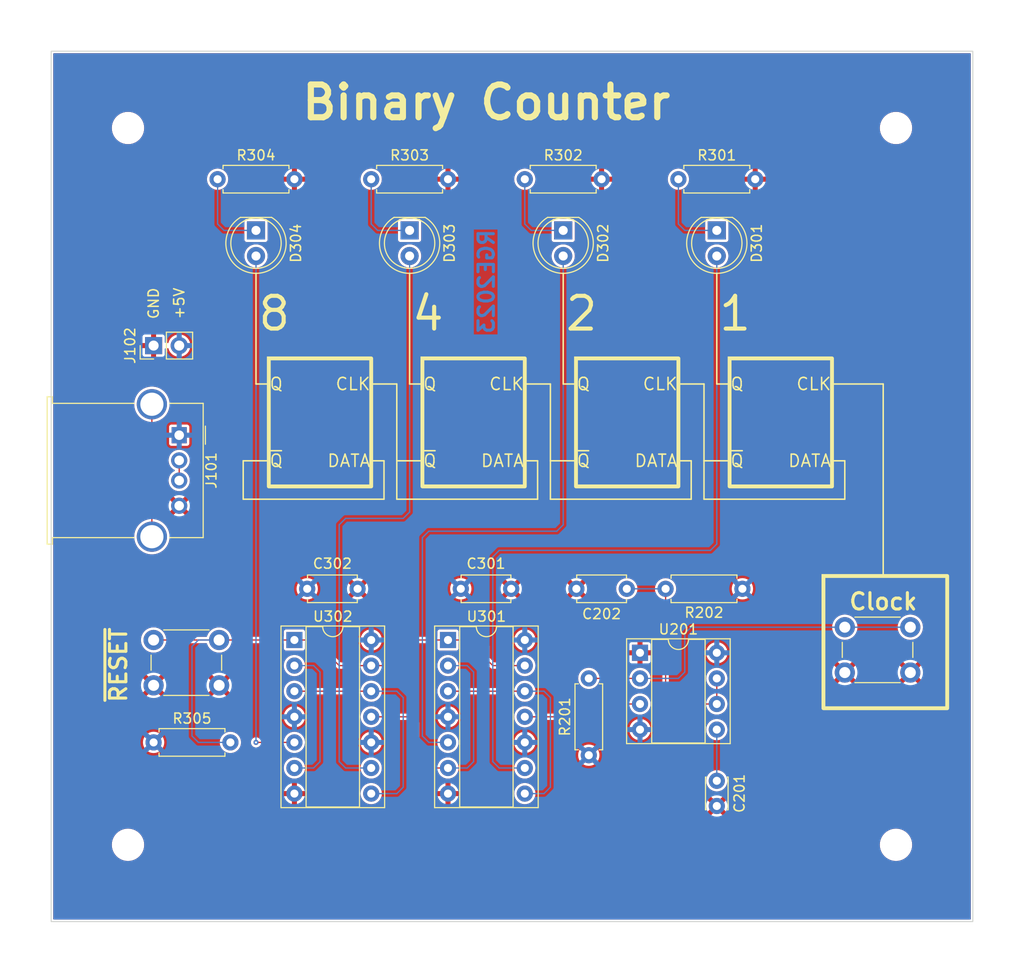
<source format=kicad_pcb>
(kicad_pcb (version 20221018) (generator pcbnew)
  (layers (0 "F.Cu" signal) (31 "B.Cu" signal) (34 "B.Paste" user) (35 "F.Paste" user) (36 "B.SilkS" user "B.Silkscreen") (37 "F.SilkS" user "F.Silkscreen") (38 "B.Mask" user) (39 "F.Mask" user) (44 "Edge.Cuts" user))
  (net 0 "")
  (net 1 "Net-(U201-CV)")
  (net 2 "GND")
  (net 3 "Net-(U201-DIS)")
  (net 4 "+5V")
  (net 5 "Net-(D301-K)")
  (net 6 "/Counter/Out0")
  (net 7 "Net-(D302-K)")
  (net 8 "/Counter/Out1")
  (net 9 "Net-(D303-K)")
  (net 10 "/Counter/Out2")
  (net 11 "Net-(D304-K)")
  (net 12 "/Counter/Out3")
  (net 13 "Net-(J101-D+)")
  (net 14 "unconnected-(J101-Shield-Pad5)")
  (net 15 "Net-(U201-TR)")
  (net 16 "/Counter/CLK")
  (net 17 "/Counter/~{RESET}")
  (net 18 "/Counter/~{Q_{0}}")
  (net 19 "/Counter/~{Q_{1}}")
  (net 20 "/Counter/~{Q_{2}}")
  (net 21 "/Counter/~{Q_{3}}")
  (footprint "Button_Switch_THT:SW_PUSH_6mm_H4.3mm" (layer "F.Cu") (at 109.22 101.6)
    (fp_text reference "SW301" hide)
    (fp_text value "SW_Push")
    (fp_line (start -0.25 1.5) (end -0.25 3) (stroke (width 0.12)) (layer "F.SilkS"))
    (fp_line (start 1 5.5) (end 5.5 5.5) (stroke (width 0.12)) (layer "F.SilkS"))
    (fp_line (start 5.5 -1) (end 1 -1) (stroke (width 0.12)) (layer "F.SilkS"))
    (fp_line (start 6.75 3) (end 6.75 1.5) (stroke (width 0.12)) (layer "F.SilkS"))
    (pad "1" thru_hole circle (at 0 0 90) (size 2 2) (drill 1.1) (layers "*.Cu" "*.Mask") (net 17 "/Counter/~{RESET}"))
    (pad "1" thru_hole circle (at 6.5 0 90) (size 2 2) (drill 1.1) (layers "*.Cu" "*.Mask") (net 17 "/Counter/~{RESET}"))
    (pad "2" thru_hole circle (at 0 4.5 90) (size 2 2) (drill 1.1) (layers "*.Cu" "*.Mask") (net 2 "GND"))
    (pad "2" thru_hole circle (at 6.5 4.5 90) (size 2 2) (drill 1.1) (layers "*.Cu" "*.Mask") (net 2 "GND"))
  )
  (footprint "Package_DIP:DIP-14_W7.62mm_Socket" (layer "F.Cu") (at 138.43 101.6)
    (fp_text reference "U301" (at 3.81 -2.33) (layer "F.SilkS"))
    (fp_text value "74HC74")
    (fp_line (start -1.33 -1.39) (end -1.33 16.63) (stroke (width 0.12)) (layer "F.SilkS"))
    (fp_line (start -1.33 16.63) (end 8.95 16.63) (stroke (width 0.12)) (layer "F.SilkS"))
    (fp_line (start 1.16 -1.33) (end 1.16 16.57) (stroke (width 0.12)) (layer "F.SilkS"))
    (fp_line (start 1.16 16.57) (end 6.46 16.57) (stroke (width 0.12)) (layer "F.SilkS"))
    (fp_line (start 2.81 -1.33) (end 1.16 -1.33) (stroke (width 0.12)) (layer "F.SilkS"))
    (fp_line (start 6.46 -1.33) (end 4.81 -1.33) (stroke (width 0.12)) (layer "F.SilkS"))
    (fp_line (start 6.46 16.57) (end 6.46 -1.33) (stroke (width 0.12)) (layer "F.SilkS"))
    (fp_line (start 8.95 -1.39) (end -1.33 -1.39) (stroke (width 0.12)) (layer "F.SilkS"))
    (fp_line (start 8.95 16.63) (end 8.95 -1.39) (stroke (width 0.12)) (layer "F.SilkS"))
    (fp_arc (start 4.81 -1.33) (mid 3.81 -0.33) (end 2.81 -1.33) (stroke (width 0.12)) (layer "F.SilkS"))
    (pad "1" thru_hole rect (at 0 0) (size 1.6 1.6) (drill 0.8) (layers "*.Cu" "*.Mask") (net 17 "/Counter/~{RESET}"))
    (pad "2" thru_hole oval (at 0 2.54) (size 1.6 1.6) (drill 0.8) (layers "*.Cu" "*.Mask") (net 19 "/Counter/~{Q_{1}}"))
    (pad "3" thru_hole oval (at 0 5.08) (size 1.6 1.6) (drill 0.8) (layers "*.Cu" "*.Mask") (net 18 "/Counter/~{Q_{0}}"))
    (pad "4" thru_hole oval (at 0 7.62) (size 1.6 1.6) (drill 0.8) (layers "*.Cu" "*.Mask") (net 4 "+5V"))
    (pad "5" thru_hole oval (at 0 10.16) (size 1.6 1.6) (drill 0.8) (layers "*.Cu" "*.Mask") (net 8 "/Counter/Out1"))
    (pad "6" thru_hole oval (at 0 12.7) (size 1.6 1.6) (drill 0.8) (layers "*.Cu" "*.Mask") (net 19 "/Counter/~{Q_{1}}"))
    (pad "7" thru_hole oval (at 0 15.24) (size 1.6 1.6) (drill 0.8) (layers "*.Cu" "*.Mask") (net 2 "GND"))
    (pad "8" thru_hole oval (at 7.62 15.24) (size 1.6 1.6) (drill 0.8) (layers "*.Cu" "*.Mask") (net 18 "/Counter/~{Q_{0}}"))
    (pad "9" thru_hole oval (at 7.62 12.7) (size 1.6 1.6) (drill 0.8) (layers "*.Cu" "*.Mask") (net 6 "/Counter/Out0"))
    (pad "10" thru_hole oval (at 7.62 10.16) (size 1.6 1.6) (drill 0.8) (layers "*.Cu" "*.Mask") (net 4 "+5V"))
    (pad "11" thru_hole oval (at 7.62 7.62) (size 1.6 1.6) (drill 0.8) (layers "*.Cu" "*.Mask") (net 16 "/Counter/CLK"))
    (pad "12" thru_hole oval (at 7.62 5.08) (size 1.6 1.6) (drill 0.8) (layers "*.Cu" "*.Mask") (net 18 "/Counter/~{Q_{0}}"))
    (pad "13" thru_hole oval (at 7.62 2.54) (size 1.6 1.6) (drill 0.8) (layers "*.Cu" "*.Mask") (net 17 "/Counter/~{RESET}"))
    (pad "14" thru_hole oval (at 7.62 0) (size 1.6 1.6) (drill 0.8) (layers "*.Cu" "*.Mask") (net 4 "+5V"))
  )
  (footprint "MountingHole:MountingHole_2.7mm_M2.5_ISO7380" (layer "F.Cu") (at 106.68 121.92)
    (fp_text reference "H103" hide)
    (fp_text value "MountingHole")
    (pad "" np_thru_hole circle (at 0 0) (size 2.7 2.7) (drill 2.7) (layers "*.Cu" "*.Mask"))
  )
  (footprint "Connector_USB:USB_A_Molex_67643_Horizontal" (layer "F.Cu") (at 111.76 81.28 -90)
    (fp_text reference "J101" (at 3.5 -3.19 90) (layer "F.SilkS"))
    (fp_text value "USB_A")
    (fp_line (start -3.81 12.58) (end -3.81 13.1) (stroke (width 0.12)) (layer "F.SilkS"))
    (fp_line (start -3.81 13.1) (end 10.81 13.1) (stroke (width 0.12)) (layer "F.SilkS"))
    (fp_line (start -3.16 -2.38) (end -3.16 0.95) (stroke (width 0.12)) (layer "F.SilkS"))
    (fp_line (start -3.16 -2.38) (end 10.16 -2.38) (stroke (width 0.12)) (layer "F.SilkS"))
    (fp_line (start -3.16 12.58) (end -3.81 12.58) (stroke (width 0.12)) (layer "F.SilkS"))
    (fp_line (start -3.16 12.58) (end -3.16 4.47) (stroke (width 0.12)) (layer "F.SilkS"))
    (fp_line (start -0.9 -2.6) (end 0.9 -2.6) (stroke (width 0.12)) (layer "F.SilkS"))
    (fp_line (start 10.16 -2.38) (end 10.16 0.95) (stroke (width 0.12)) (layer "F.SilkS"))
    (fp_line (start 10.16 4.47) (end 10.16 12.58) (stroke (width 0.12)) (layer "F.SilkS"))
    (fp_line (start 10.81 12.58) (end 10.16 12.58) (stroke (width 0.12)) (layer "F.SilkS"))
    (fp_line (start 10.81 13.1) (end 10.81 12.58) (stroke (width 0.12)) (layer "F.SilkS"))
    (pad "1" thru_hole rect (at 0 0 270) (size 1.6 1.5) (drill 0.95) (layers "*.Cu" "*.Mask") (net 4 "+5V"))
    (pad "2" thru_hole circle (at 2.5 0 270) (size 1.6 1.6) (drill 0.95) (layers "*.Cu" "*.Mask") (net 13 "Net-(J101-D+)"))
    (pad "3" thru_hole circle (at 4.5 0 270) (size 1.6 1.6) (drill 0.95) (layers "*.Cu" "*.Mask") (net 13 "Net-(J101-D+)"))
    (pad "4" thru_hole circle (at 7 0 270) (size 1.6 1.6) (drill 0.95) (layers "*.Cu" "*.Mask") (net 2 "GND"))
    (pad "5" thru_hole circle (at -3.07 2.71 270) (size 3 3) (drill 2.3) (layers "*.Cu" "*.Mask") (net 14 "unconnected-(J101-Shield-Pad5)"))
    (pad "5" thru_hole circle (at 10.07 2.71 270) (size 3 3) (drill 2.3) (layers "*.Cu" "*.Mask") (net 14 "unconnected-(J101-Shield-Pad5)"))
  )
  (footprint "Capacitor_THT:C_Disc_D4.7mm_W2.5mm_P5.00mm" (layer "F.Cu") (at 124.46 96.52)
    (fp_text reference "C302" (at 2.5 -2.5) (layer "F.SilkS"))
    (fp_text value "0.1u")
    (fp_line (start 0.03 -1.37) (end 0.03 -1.055) (stroke (width 0.12)) (layer "F.SilkS"))
    (fp_line (start 0.03 -1.37) (end 4.97 -1.37) (stroke (width 0.12)) (layer "F.SilkS"))
    (fp_line (start 0.03 1.055) (end 0.03 1.37) (stroke (width 0.12)) (layer "F.SilkS"))
    (fp_line (start 0.03 1.37) (end 4.97 1.37) (stroke (width 0.12)) (layer "F.SilkS"))
    (fp_line (start 4.97 -1.37) (end 4.97 -1.055) (stroke (width 0.12)) (layer "F.SilkS"))
    (fp_line (start 4.97 1.055) (end 4.97 1.37) (stroke (width 0.12)) (layer "F.SilkS"))
    (pad "1" thru_hole circle (at 0 0) (size 1.6 1.6) (drill 0.8) (layers "*.Cu" "*.Mask") (net 4 "+5V"))
    (pad "2" thru_hole circle (at 5 0) (size 1.6 1.6) (drill 0.8) (layers "*.Cu" "*.Mask") (net 2 "GND"))
  )
  (footprint "Resistor_THT:R_Axial_DIN0207_L6.3mm_D2.5mm_P7.62mm_Horizontal" (layer "F.Cu") (at 152.4 113.03 90)
    (fp_text reference "R201" (at 3.81 -2.37 90) (layer "F.SilkS"))
    (fp_text value "22k")
    (fp_line (start 0.54 -1.37) (end 7.08 -1.37) (stroke (width 0.12)) (layer "F.SilkS"))
    (fp_line (start 0.54 -1.04) (end 0.54 -1.37) (stroke (width 0.12)) (layer "F.SilkS"))
    (fp_line (start 0.54 1.04) (end 0.54 1.37) (stroke (width 0.12)) (layer "F.SilkS"))
    (fp_line (start 0.54 1.37) (end 7.08 1.37) (stroke (width 0.12)) (layer "F.SilkS"))
    (fp_line (start 7.08 -1.37) (end 7.08 -1.04) (stroke (width 0.12)) (layer "F.SilkS"))
    (fp_line (start 7.08 1.37) (end 7.08 1.04) (stroke (width 0.12)) (layer "F.SilkS"))
    (pad "1" thru_hole circle (at 0 0 90) (size 1.6 1.6) (drill 0.8) (layers "*.Cu" "*.Mask") (net 4 "+5V"))
    (pad "2" thru_hole oval (at 7.62 0 90) (size 1.6 1.6) (drill 0.8) (layers "*.Cu" "*.Mask") (net 15 "Net-(U201-TR)"))
  )
  (footprint "Package_DIP:DIP-8_W7.62mm_Socket" (layer "F.Cu") (at 157.48 102.87)
    (fp_text reference "U201" (at 3.81 -2.33) (layer "F.SilkS"))
    (fp_text value "LM555xM")
    (fp_line (start -1.33 -1.39) (end -1.33 9.01) (stroke (width 0.12)) (layer "F.SilkS"))
    (fp_line (start -1.33 9.01) (end 8.95 9.01) (stroke (width 0.12)) (layer "F.SilkS"))
    (fp_line (start 1.16 -1.33) (end 1.16 8.95) (stroke (width 0.12)) (layer "F.SilkS"))
    (fp_line (start 1.16 8.95) (end 6.46 8.95) (stroke (width 0.12)) (layer "F.SilkS"))
    (fp_line (start 2.81 -1.33) (end 1.16 -1.33) (stroke (width 0.12)) (layer "F.SilkS"))
    (fp_line (start 6.46 -1.33) (end 4.81 -1.33) (stroke (width 0.12)) (layer "F.SilkS"))
    (fp_line (start 6.46 8.95) (end 6.46 -1.33) (stroke (width 0.12)) (layer "F.SilkS"))
    (fp_line (start 8.95 -1.39) (end -1.33 -1.39) (stroke (width 0.12)) (layer "F.SilkS"))
    (fp_line (start 8.95 9.01) (end 8.95 -1.39) (stroke (width 0.12)) (layer "F.SilkS"))
    (fp_arc (start 4.81 -1.33) (mid 3.81 -0.33) (end 2.81 -1.33) (stroke (width 0.12)) (layer "F.SilkS"))
    (pad "1" thru_hole rect (at 0 0) (size 1.6 1.6) (drill 0.8) (layers "*.Cu" "*.Mask") (net 2 "GND"))
    (pad "2" thru_hole oval (at 0 2.54) (size 1.6 1.6) (drill 0.8) (layers "*.Cu" "*.Mask") (net 15 "Net-(U201-TR)"))
    (pad "3" thru_hole oval (at 0 5.08) (size 1.6 1.6) (drill 0.8) (layers "*.Cu" "*.Mask") (net 16 "/Counter/CLK"))
    (pad "4" thru_hole oval (at 0 7.62) (size 1.6 1.6) (drill 0.8) (layers "*.Cu" "*.Mask") (net 4 "+5V"))
    (pad "5" thru_hole oval (at 7.62 7.62) (size 1.6 1.6) (drill 0.8) (layers "*.Cu" "*.Mask") (net 1 "Net-(U201-CV)"))
    (pad "6" thru_hole oval (at 7.62 5.08) (size 1.6 1.6) (drill 0.8) (layers "*.Cu" "*.Mask") (net 3 "Net-(U201-DIS)"))
    (pad "7" thru_hole oval (at 7.62 2.54) (size 1.6 1.6) (drill 0.8) (layers "*.Cu" "*.Mask") (net 3 "Net-(U201-DIS)"))
    (pad "8" thru_hole oval (at 7.62 0) (size 1.6 1.6) (drill 0.8) (layers "*.Cu" "*.Mask") (net 4 "+5V"))
  )
  (footprint "MountingHole:MountingHole_2.7mm_M2.5_ISO7380" (layer "F.Cu") (at 106.68 50.8)
    (fp_text reference "H101" hide)
    (fp_text value "MountingHole")
    (pad "" np_thru_hole circle (at 0 0) (size 2.7 2.7) (drill 2.7) (layers "*.Cu" "*.Mask"))
  )
  (footprint "MountingHole:MountingHole_2.7mm_M2.5_ISO7380" (layer "F.Cu") (at 182.88 121.92)
    (fp_text reference "H104" hide)
    (fp_text value "MountingHole")
    (pad "" np_thru_hole circle (at 0 0) (size 2.7 2.7) (drill 2.7) (layers "*.Cu" "*.Mask"))
  )
  (footprint "Resistor_THT:R_Axial_DIN0207_L6.3mm_D2.5mm_P7.62mm_Horizontal" (layer "F.Cu") (at 146.05 55.88)
    (fp_text reference "R302" (at 3.81 -2.37) (layer "F.SilkS"))
    (fp_text value "4k7")
    (fp_line (start 0.54 -1.37) (end 7.08 -1.37) (stroke (width 0.12)) (layer "F.SilkS"))
    (fp_line (start 0.54 -1.04) (end 0.54 -1.37) (stroke (width 0.12)) (layer "F.SilkS"))
    (fp_line (start 0.54 1.04) (end 0.54 1.37) (stroke (width 0.12)) (layer "F.SilkS"))
    (fp_line (start 0.54 1.37) (end 7.08 1.37) (stroke (width 0.12)) (layer "F.SilkS"))
    (fp_line (start 7.08 -1.37) (end 7.08 -1.04) (stroke (width 0.12)) (layer "F.SilkS"))
    (fp_line (start 7.08 1.37) (end 7.08 1.04) (stroke (width 0.12)) (layer "F.SilkS"))
    (pad "1" thru_hole circle (at 0 0) (size 1.6 1.6) (drill 0.8) (layers "*.Cu" "*.Mask") (net 7 "Net-(D302-K)"))
    (pad "2" thru_hole oval (at 7.62 0) (size 1.6 1.6) (drill 0.8) (layers "*.Cu" "*.Mask") (net 2 "GND"))
  )
  (footprint "Capacitor_THT:C_Disc_D4.7mm_W2.5mm_P5.00mm" (layer "F.Cu") (at 139.7 96.52)
    (fp_text reference "C301" (at 2.5 -2.5) (layer "F.SilkS"))
    (fp_text value "0.1u")
    (fp_line (start 0.03 -1.37) (end 0.03 -1.055) (stroke (width 0.12)) (layer "F.SilkS"))
    (fp_line (start 0.03 -1.37) (end 4.97 -1.37) (stroke (width 0.12)) (layer "F.SilkS"))
    (fp_line (start 0.03 1.055) (end 0.03 1.37) (stroke (width 0.12)) (layer "F.SilkS"))
    (fp_line (start 0.03 1.37) (end 4.97 1.37) (stroke (width 0.12)) (layer "F.SilkS"))
    (fp_line (start 4.97 -1.37) (end 4.97 -1.055) (stroke (width 0.12)) (layer "F.SilkS"))
    (fp_line (start 4.97 1.055) (end 4.97 1.37) (stroke (width 0.12)) (layer "F.SilkS"))
    (pad "1" thru_hole circle (at 0 0) (size 1.6 1.6) (drill 0.8) (layers "*.Cu" "*.Mask") (net 4 "+5V"))
    (pad "2" thru_hole circle (at 5 0) (size 1.6 1.6) (drill 0.8) (layers "*.Cu" "*.Mask") (net 2 "GND"))
  )
  (footprint "Connector_PinHeader_2.54mm:PinHeader_1x02_P2.54mm_Vertical" (layer "F.Cu") (at 109.22 72.39 90)
    (fp_text reference "J102" (at 0 -2.33 90) (layer "F.SilkS"))
    (fp_text value "Conn_01x02_Pin")
    (fp_line (start -1.33 -1.33) (end 0 -1.33) (stroke (width 0.12)) (layer "F.SilkS"))
    (fp_line (start -1.33 0) (end -1.33 -1.33) (stroke (width 0.12)) (layer "F.SilkS"))
    (fp_line (start -1.33 1.27) (end -1.33 3.87) (stroke (width 0.12)) (layer "F.SilkS"))
    (fp_line (start -1.33 1.27) (end 1.33 1.27) (stroke (width 0.12)) (layer "F.SilkS"))
    (fp_line (start -1.33 3.87) (end 1.33 3.87) (stroke (width 0.12)) (layer "F.SilkS"))
    (fp_line (start 1.33 1.27) (end 1.33 3.87) (stroke (width 0.12)) (layer "F.SilkS"))
    (pad "1" thru_hole rect (at 0 0 90) (size 1.7 1.7) (drill 1) (layers "*.Cu" "*.Mask") (net 2 "GND"))
    (pad "2" thru_hole oval (at 0 2.54 90) (size 1.7 1.7) (drill 1) (layers "*.Cu" "*.Mask") (net 4 "+5V"))
  )
  (footprint "Resistor_THT:R_Axial_DIN0207_L6.3mm_D2.5mm_P7.62mm_Horizontal" (layer "F.Cu") (at 161.29 55.88)
    (fp_text reference "R301" (at 3.81 -2.37) (layer "F.SilkS"))
    (fp_text value "4k7")
    (fp_line (start 0.54 -1.37) (end 7.08 -1.37) (stroke (width 0.12)) (layer "F.SilkS"))
    (fp_line (start 0.54 -1.04) (end 0.54 -1.37) (stroke (width 0.12)) (layer "F.SilkS"))
    (fp_line (start 0.54 1.04) (end 0.54 1.37) (stroke (width 0.12)) (layer "F.SilkS"))
    (fp_line (start 0.54 1.37) (end 7.08 1.37) (stroke (width 0.12)) (layer "F.SilkS"))
    (fp_line (start 7.08 -1.37) (end 7.08 -1.04) (stroke (width 0.12)) (layer "F.SilkS"))
    (fp_line (start 7.08 1.37) (end 7.08 1.04) (stroke (width 0.12)) (layer "F.SilkS"))
    (pad "1" thru_hole circle (at 0 0) (size 1.6 1.6) (drill 0.8) (layers "*.Cu" "*.Mask") (net 5 "Net-(D301-K)"))
    (pad "2" thru_hole oval (at 7.62 0) (size 1.6 1.6) (drill 0.8) (layers "*.Cu" "*.Mask") (net 2 "GND"))
  )
  (footprint "LED_THT:LED_D5.0mm" (layer "F.Cu") (at 134.62 60.96 -90)
    (fp_text reference "D303" (at 1.27 -3.96 90) (layer "F.SilkS"))
    (fp_text value "LED")
    (fp_line (start -1.29 -1.545) (end -1.29 1.545) (stroke (width 0.12)) (layer "F.SilkS"))
    (fp_arc (start -1.29 -1.54483) (mid 2.072002 -2.880433) (end 4.26 0.000462) (stroke (width 0.12)) (layer "F.SilkS"))
    (fp_arc (start 4.26 -0.000462) (mid 2.072002 2.880433) (end -1.29 1.54483) (stroke (width 0.12)) (layer "F.SilkS"))
    (fp_circle (center 1.27 0) (end 3.77 0) (stroke (width 0.12)) (fill none) (layer "F.SilkS"))
    (pad "1" thru_hole rect (at 0 0 270) (size 1.8 1.8) (drill 0.9) (layers "*.Cu" "*.Mask") (net 9 "Net-(D303-K)"))
    (pad "2" thru_hole circle (at 2.54 0 270) (size 1.8 1.8) (drill 0.9) (layers "*.Cu" "*.Mask") (net 10 "/Counter/Out2"))
  )
  (footprint "LED_THT:LED_D5.0mm" (layer "F.Cu") (at 149.86 60.96 -90)
    (fp_text reference "D302" (at 1.27 -3.96 90) (layer "F.SilkS"))
    (fp_text value "LED")
    (fp_line (start -1.29 -1.545) (end -1.29 1.545) (stroke (width 0.12)) (layer "F.SilkS"))
    (fp_arc (start -1.29 -1.54483) (mid 2.072002 -2.880433) (end 4.26 0.000462) (stroke (width 0.12)) (layer "F.SilkS"))
    (fp_arc (start 4.26 -0.000462) (mid 2.072002 2.880433) (end -1.29 1.54483) (stroke (width 0.12)) (layer "F.SilkS"))
    (fp_circle (center 1.27 0) (end 3.77 0) (stroke (width 0.12)) (fill none) (layer "F.SilkS"))
    (pad "1" thru_hole rect (at 0 0 270) (size 1.8 1.8) (drill 0.9) (layers "*.Cu" "*.Mask") (net 7 "Net-(D302-K)"))
    (pad "2" thru_hole circle (at 2.54 0 270) (size 1.8 1.8) (drill 0.9) (layers "*.Cu" "*.Mask") (net 8 "/Counter/Out1"))
  )
  (footprint "LED_THT:LED_D5.0mm" (layer "F.Cu") (at 165.1 60.96 -90)
    (fp_text reference "D301" (at 1.27 -3.96 90) (layer "F.SilkS"))
    (fp_text value "LED")
    (fp_line (start -1.29 -1.545) (end -1.29 1.545) (stroke (width 0.12)) (layer "F.SilkS"))
    (fp_arc (start -1.29 -1.54483) (mid 2.072002 -2.880433) (end 4.26 0.000462) (stroke (width 0.12)) (layer "F.SilkS"))
    (fp_arc (start 4.26 -0.000462) (mid 2.072002 2.880433) (end -1.29 1.54483) (stroke (width 0.12)) (layer "F.SilkS"))
    (fp_circle (center 1.27 0) (end 3.77 0) (stroke (width 0.12)) (fill none) (layer "F.SilkS"))
    (pad "1" thru_hole rect (at 0 0 270) (size 1.8 1.8) (drill 0.9) (layers "*.Cu" "*.Mask") (net 5 "Net-(D301-K)"))
    (pad "2" thru_hole circle (at 2.54 0 270) (size 1.8 1.8) (drill 0.9) (layers "*.Cu" "*.Mask") (net 6 "/Counter/Out0"))
  )
  (footprint "Resistor_THT:R_Axial_DIN0207_L6.3mm_D2.5mm_P7.62mm_Horizontal" (layer "F.Cu") (at 167.64 96.52 180)
    (fp_text reference "R202" (at 3.81 -2.37) (layer "F.SilkS"))
    (fp_text value "1M")
    (fp_line (start 0.54 -1.37) (end 7.08 -1.37) (stroke (width 0.12)) (layer "F.SilkS"))
    (fp_line (start 0.54 -1.04) (end 0.54 -1.37) (stroke (width 0.12)) (layer "F.SilkS"))
    (fp_line (start 0.54 1.04) (end 0.54 1.37) (stroke (width 0.12)) (layer "F.SilkS"))
    (fp_line (start 0.54 1.37) (end 7.08 1.37) (stroke (width 0.12)) (layer "F.SilkS"))
    (fp_line (start 7.08 -1.37) (end 7.08 -1.04) (stroke (width 0.12)) (layer "F.SilkS"))
    (fp_line (start 7.08 1.37) (end 7.08 1.04) (stroke (width 0.12)) (layer "F.SilkS"))
    (pad "1" thru_hole circle (at 0 0 180) (size 1.6 1.6) (drill 0.8) (layers "*.Cu" "*.Mask") (net 4 "+5V"))
    (pad "2" thru_hole oval (at 7.62 0 180) (size 1.6 1.6) (drill 0.8) (layers "*.Cu" "*.Mask") (net 3 "Net-(U201-DIS)"))
  )
  (footprint "MountingHole:MountingHole_2.7mm_M2.5_ISO7380" (layer "F.Cu") (at 182.88 50.8)
    (fp_text reference "H102" hide)
    (fp_text value "MountingHole")
    (pad "" np_thru_hole circle (at 0 0) (size 2.7 2.7) (drill 2.7) (layers "*.Cu" "*.Mask"))
  )
  (footprint "Button_Switch_THT:SW_PUSH_6mm_H4.3mm" (layer "F.Cu") (at 177.8 100.33)
    (fp_text reference "SW201" hide)
    (fp_text value "SW_Push")
    (fp_line (start -0.25 1.5) (end -0.25 3) (stroke (width 0.12)) (layer "F.SilkS"))
    (fp_line (start 1 5.5) (end 5.5 5.5) (stroke (width 0.12)) (layer "F.SilkS"))
    (fp_line (start 5.5 -1) (end 1 -1) (stroke (width 0.12)) (layer "F.SilkS"))
    (fp_line (start 6.75 3) (end 6.75 1.5) (stroke (width 0.12)) (layer "F.SilkS"))
    (pad "1" thru_hole circle (at 0 0 90) (size 2 2) (drill 1.1) (layers "*.Cu" "*.Mask") (net 15 "Net-(U201-TR)"))
    (pad "1" thru_hole circle (at 6.5 0 90) (size 2 2) (drill 1.1) (layers "*.Cu" "*.Mask") (net 15 "Net-(U201-TR)"))
    (pad "2" thru_hole circle (at 0 4.5 90) (size 2 2) (drill 1.1) (layers "*.Cu" "*.Mask") (net 2 "GND"))
    (pad "2" thru_hole circle (at 6.5 4.5 90) (size 2 2) (drill 1.1) (layers "*.Cu" "*.Mask") (net 2 "GND"))
  )
  (footprint "Capacitor_THT:C_Disc_D3.0mm_W2.0mm_P2.50mm" (layer "F.Cu") (at 165.1 115.57 -90)
    (fp_text reference "C201" (at 1.25 -2.25 90) (layer "F.SilkS"))
    (fp_text value "10nF")
    (fp_line (start -0.37 -1.12) (end -0.37 -1.055) (stroke (width 0.12)) (layer "F.SilkS"))
    (fp_line (start -0.37 -1.12) (end 2.87 -1.12) (stroke (width 0.12)) (layer "F.SilkS"))
    (fp_line (start -0.37 1.055) (end -0.37 1.12) (stroke (width 0.12)) (layer "F.SilkS"))
    (fp_line (start -0.37 1.12) (end 2.87 1.12) (stroke (width 0.12)) (layer "F.SilkS"))
    (fp_line (start 2.87 -1.12) (end 2.87 -1.055) (stroke (width 0.12)) (layer "F.SilkS"))
    (fp_line (start 2.87 1.055) (end 2.87 1.12) (stroke (width 0.12)) (layer "F.SilkS"))
    (pad "1" thru_hole circle (at 0 0 270) (size 1.6 1.6) (drill 0.8) (layers "*.Cu" "*.Mask") (net 1 "Net-(U201-CV)"))
    (pad "2" thru_hole circle (at 2.5 0 270) (size 1.6 1.6) (drill 0.8) (layers "*.Cu" "*.Mask") (net 2 "GND"))
  )
  (footprint "Package_DIP:DIP-14_W7.62mm_Socket" (layer "F.Cu") (at 123.19 101.6)
    (fp_text reference "U302" (at 3.81 -2.33) (layer "F.SilkS"))
    (fp_text value "74HC74")
    (fp_line (start -1.33 -1.39) (end -1.33 16.63) (stroke (width 0.12)) (layer "F.SilkS"))
    (fp_line (start -1.33 16.63) (end 8.95 16.63) (stroke (width 0.12)) (layer "F.SilkS"))
    (fp_line (start 1.16 -1.33) (end 1.16 16.57) (stroke (width 0.12)) (layer "F.SilkS"))
    (fp_line (start 1.16 16.57) (end 6.46 16.57) (stroke (width 0.12)) (layer "F.SilkS"))
    (fp_line (start 2.81 -1.33) (end 1.16 -1.33) (stroke (width 0.12)) (layer "F.SilkS"))
    (fp_line (start 6.46 -1.33) (end 4.81 -1.33) (stroke (width 0.12)) (layer "F.SilkS"))
    (fp_line (start 6.46 16.57) (end 6.46 -1.33) (stroke (width 0.12)) (layer "F.SilkS"))
    (fp_line (start 8.95 -1.39) (end -1.33 -1.39) (stroke (width 0.12)) (layer "F.SilkS"))
    (fp_line (start 8.95 16.63) (end 8.95 -1.39) (stroke (width 0.12)) (layer "F.SilkS"))
    (fp_arc (start 4.81 -1.33) (mid 3.81 -0.33) (end 2.81 -1.33) (stroke (width 0.12)) (layer "F.SilkS"))
    (pad "1" thru_hole rect (at 0 0) (size 1.6 1.6) (drill 0.8) (layers "*.Cu" "*.Mask") (net 17 "/Counter/~{RESET}"))
    (pad "2" thru_hole oval (at 0 2.54) (size 1.6 1.6) (drill 0.8) (layers "*.Cu" "*.Mask") (net 21 "/Counter/~{Q_{3}}"))
    (pad "3" thru_hole oval (at 0 5.08) (size 1.6 1.6) (drill 0.8) (layers "*.Cu" "*.Mask") (net 20 "/Counter/~{Q_{2}}"))
    (pad "4" thru_hole oval (at 0 7.62) (size 1.6 1.6) (drill 0.8) (layers "*.Cu" "*.Mask") (net 4 "+5V"))
    (pad "5" thru_hole oval (at 0 10.16) (size 1.6 1.6) (drill 0.8) (layers "*.Cu" "*.Mask") (net 12 "/Counter/Out3"))
    (pad "6" thru_hole oval (at 0 12.7) (size 1.6 1.6) (drill 0.8) (layers "*.Cu" "*.Mask") (net 21 "/Counter/~{Q_{3}}"))
    (pad "7" thru_hole oval (at 0 15.24) (size 1.6 1.6) (drill 0.8) (layers "*.Cu" "*.Mask") (net 2 "GND"))
    (pad "8" thru_hole oval (at 7.62 15.24) (size 1.6 1.6) (drill 0.8) (layers "*.Cu" "*.Mask") (net 20 "/Counter/~{Q_{2}}"))
    (pad "9" thru_hole oval (at 7.62 12.7) (size 1.6 1.6) (drill 0.8) (layers "*.Cu" "*.Mask") (net 10 "/Counter/Out2"))
    (pad "10" thru_hole oval (at 7.62 10.16) (size 1.6 1.6) (drill 0.8) (layers "*.Cu" "*.Mask") (net 4 "+5V"))
    (pad "11" thru_hole oval (at 7.62 7.62) (size 1.6 1.6) (drill 0.8) (layers "*.Cu" "*.Mask") (net 19 "/Counter/~{Q_{1}}"))
    (pad "12" thru_hole oval (at 7.62 5.08) (size 1.6 1.6) (drill 0.8) (layers "*.Cu" "*.Mask") (net 20 "/Counter/~{Q_{2}}"))
    (pad "13" thru_hole oval (at 7.62 2.54) (size 1.6 1.6) (drill 0.8) (layers "*.Cu" "*.Mask") (net 17 "/Counter/~{RESET}"))
    (pad "14" thru_hole oval (at 7.62 0) (size 1.6 1.6) (drill 0.8) (layers "*.Cu" "*.Mask") (net 4 "+5V"))
  )
  (footprint "Resistor_THT:R_Axial_DIN0207_L6.3mm_D2.5mm_P7.62mm_Horizontal" (layer "F.Cu") (at 109.22 111.76)
    (fp_text reference "R305" (at 3.81 -2.37) (layer "F.SilkS"))
    (fp_text value "100k")
    (fp_line (start 0.54 -1.37) (end 7.08 -1.37) (stroke (width 0.12)) (layer "F.SilkS"))
    (fp_line (start 0.54 -1.04) (end 0.54 -1.37) (stroke (width 0.12)) (layer "F.SilkS"))
    (fp_line (start 0.54 1.04) (end 0.54 1.37) (stroke (width 0.12)) (layer "F.SilkS"))
    (fp_line (start 0.54 1.37) (end 7.08 1.37) (stroke (width 0.12)) (layer "F.SilkS"))
    (fp_line (start 7.08 -1.37) (end 7.08 -1.04) (stroke (width 0.12)) (layer "F.SilkS"))
    (fp_line (start 7.08 1.37) (end 7.08 1.04) (stroke (width 0.12)) (layer "F.SilkS"))
    (pad "1" thru_hole circle (at 0 0) (size 1.6 1.6) (drill 0.8) (layers "*.Cu" "*.Mask") (net 4 "+5V"))
    (pad "2" thru_hole oval (at 7.62 0) (size 1.6 1.6) (drill 0.8) (layers "*.Cu" "*.Mask") (net 17 "/Counter/~{RESET}"))
  )
  (footprint "Resistor_THT:R_Axial_DIN0207_L6.3mm_D2.5mm_P7.62mm_Horizontal" (layer "F.Cu") (at 130.81 55.88)
    (fp_text reference "R303" (at 3.81 -2.37) (layer "F.SilkS"))
    (fp_text value "4k7")
    (fp_line (start 0.54 -1.37) (end 7.08 -1.37) (stroke (width 0.12)) (layer "F.SilkS"))
    (fp_line (start 0.54 -1.04) (end 0.54 -1.37) (stroke (width 0.12)) (layer "F.SilkS"))
    (fp_line (start 0.54 1.04) (end 0.54 1.37) (stroke (width 0.12)) (layer "F.SilkS"))
    (fp_line (start 0.54 1.37) (end 7.08 1.37) (stroke (width 0.12)) (layer "F.SilkS"))
    (fp_line (start 7.08 -1.37) (end 7.08 -1.04) (stroke (width 0.12)) (layer "F.SilkS"))
    (fp_line (start 7.08 1.37) (end 7.08 1.04) (stroke (width 0.12)) (layer "F.SilkS"))
    (pad "1" thru_hole circle (at 0 0) (size 1.6 1.6) (drill 0.8) (layers "*.Cu" "*.Mask") (net 9 "Net-(D303-K)"))
    (pad "2" thru_hole oval (at 7.62 0) (size 1.6 1.6) (drill 0.8) (layers "*.Cu" "*.Mask") (net 2 "GND"))
  )
  (footprint "LED_THT:LED_D5.0mm" (layer "F.Cu") (at 119.38 60.96 -90)
    (fp_text reference "D304" (at 1.27 -3.96 90) (layer "F.SilkS"))
    (fp_text value "LED")
    (fp_line (start -1.29 -1.545) (end -1.29 1.545) (stroke (width 0.12)) (layer "F.SilkS"))
    (fp_arc (start -1.29 -1.54483) (mid 2.072002 -2.880433) (end 4.26 0.000462) (stroke (width 0.12)) (layer "F.SilkS"))
    (fp_arc (start 4.26 -0.000462) (mid 2.072002 2.880433) (end -1.29 1.54483) (stroke (width 0.12)) (layer "F.SilkS"))
    (fp_circle (center 1.27 0) (end 3.77 0) (stroke (width 0.12)) (fill none) (layer "F.SilkS"))
    (pad "1" thru_hole rect (at 0 0 270) (size 1.8 1.8) (drill 0.9) (layers "*.Cu" "*.Mask") (net 11 "Net-(D304-K)"))
    (pad "2" thru_hole circle (at 2.54 0 270) (size 1.8 1.8) (drill 0.9) (layers "*.Cu" "*.Mask") (net 12 "/Counter/Out3"))
  )
  (footprint "Resistor_THT:R_Axial_DIN0207_L6.3mm_D2.5mm_P7.62mm_Horizontal" (layer "F.Cu") (at 115.57 55.88)
    (fp_text reference "R304" (at 3.81 -2.37) (layer "F.SilkS"))
    (fp_text value "4k7")
    (fp_line (start 0.54 -1.37) (end 7.08 -1.37) (stroke (width 0.12)) (layer "F.SilkS"))
    (fp_line (start 0.54 -1.04) (end 0.54 -1.37) (stroke (width 0.12)) (layer "F.SilkS"))
    (fp_line (start 0.54 1.04) (end 0.54 1.37) (stroke (width 0.12)) (layer "F.SilkS"))
    (fp_line (start 0.54 1.37) (end 7.08 1.37) (stroke (width 0.12)) (layer "F.SilkS"))
    (fp_line (start 7.08 -1.37) (end 7.08 -1.04) (stroke (width 0.12)) (layer "F.SilkS"))
    (fp_line (start 7.08 1.37) (end 7.08 1.04) (stroke (width 0.12)) (layer "F.SilkS"))
    (pad "1" thru_hole circle (at 0 0) (size 1.6 1.6) (drill 0.8) (layers "*.Cu" "*.Mask") (net 11 "Net-(D304-K)"))
    (pad "2" thru_hole oval (at 7.62 0) (size 1.6 1.6) (drill 0.8) (layers "*.Cu" "*.Mask") (net 2 "GND"))
  )
  (footprint "Capacitor_THT:C_Disc_D4.7mm_W2.5mm_P5.00mm" (layer "F.Cu") (at 156.17 96.52 180)
    (fp_text reference "C202" (at 2.5 -2.5) (layer "F.SilkS"))
    (fp_text value "0.1u")
    (fp_line (start 0.03 -1.37) (end 0.03 -1.055) (stroke (width 0.12)) (layer "F.SilkS"))
    (fp_line (start 0.03 -1.37) (end 4.97 -1.37) (stroke (width 0.12)) (layer "F.SilkS"))
    (fp_line (start 0.03 1.055) (end 0.03 1.37) (stroke (width 0.12)) (layer "F.SilkS"))
    (fp_line (start 0.03 1.37) (end 4.97 1.37) (stroke (width 0.12)) (layer "F.SilkS"))
    (fp_line (start 4.97 -1.37) (end 4.97 -1.055) (stroke (width 0.12)) (layer "F.SilkS"))
    (fp_line (start 4.97 1.055) (end 4.97 1.37) (stroke (width 0.12)) (layer "F.SilkS"))
    (pad "1" thru_hole circle (at 0 0 180) (size 1.6 1.6) (drill 0.8) (layers "*.Cu" "*.Mask") (net 3 "Net-(U201-DIS)"))
    (pad "2" thru_hole circle (at 5 0 180) (size 1.6 1.6) (drill 0.8) (layers "*.Cu" "*.Mask") (net 2 "GND"))
  )
  (gr_line (start 133.35 87.63) (end 147.32 87.63) (stroke (width 0.15)) (layer "F.SilkS"))
  (gr_line (start 149.86 76.2) (end 149.860462 65.22) (stroke (width 0.15)) (layer "F.SilkS"))
  (gr_line (start 151.13 76.2) (end 149.86 76.2) (stroke (width 0.15)) (layer "F.SilkS"))
  (gr_line (start 133.35 83.82) (end 133.35 87.63) (stroke (width 0.15)) (layer "F.SilkS"))
  (gr_line (start 118.11 87.63) (end 132.08 87.63) (stroke (width 0.15)) (layer "F.SilkS"))
  (gr_line (start 118.11 83.82) (end 118.11 87.63) (stroke (width 0.15)) (layer "F.SilkS"))
  (gr_line (start 162.56 87.63) (end 162.56 83.82) (stroke (width 0.15)) (layer "F.SilkS"))
  (gr_line (start 147.32 83.82) (end 146.05 83.82) (stroke (width 0.15)) (layer "F.SilkS"))
  (gr_line (start 132.08 83.82) (end 130.81 83.82) (stroke (width 0.15)) (layer "F.SilkS"))
  (gr_rect (start 175.68 95.25) (end 187.96 108.37) (stroke (width 0.381)) (fill none) (layer "F.SilkS"))
  (gr_line (start 163.83 76.2) (end 163.83 83.82) (stroke (width 0.15)) (layer "F.SilkS"))
  (gr_line (start 177.8 87.63) (end 177.8 83.82) (stroke (width 0.15)) (layer "F.SilkS"))
  (gr_rect (start 120.65 73.66) (end 130.81 86.36) (stroke (width 0.381)) (fill none) (layer "F.SilkS"))
  (gr_rect (start 151.13 73.66) (end 161.29 86.36) (stroke (width 0.381)) (fill none) (layer "F.SilkS"))
  (gr_line (start 147.32 87.63) (end 147.32 83.82) (stroke (width 0.15)) (layer "F.SilkS"))
  (gr_line (start 132.08 87.63) (end 132.08 83.82) (stroke (width 0.15)) (layer "F.SilkS"))
  (gr_line (start 161.29 76.2) (end 163.83 76.2) (stroke (width 0.15)) (layer "F.SilkS"))
  (gr_line (start 177.8 83.82) (end 176.53 83.82) (stroke (width 0.15)) (layer "F.SilkS"))
  (gr_line (start 134.62 76.2) (end 134.619538 65.22) (stroke (width 0.15)) (layer "F.SilkS"))
  (gr_line (start 148.59 83.82) (end 148.59 87.63) (stroke (width 0.15)) (layer "F.SilkS"))
  (gr_line (start 146.05 76.2) (end 148.59 76.2) (stroke (width 0.15)) (layer "F.SilkS"))
  (gr_line (start 163.83 87.63) (end 177.8 87.63) (stroke (width 0.15)) (layer "F.SilkS"))
  (gr_line (start 176.53 76.2) (end 181.61 76.2) (stroke (width 0.15)) (layer "F.SilkS"))
  (gr_line (start 181.61 76.2) (end 181.61 95.25) (stroke (width 0.15)) (layer "F.SilkS"))
  (gr_line (start 165.1 76.2) (end 165.100462 65.22) (stroke (width 0.15)) (layer "F.SilkS"))
  (gr_line (start 162.56 83.82) (end 161.29 83.82) (stroke (width 0.15)) (layer "F.SilkS"))
  (gr_line (start 133.35 76.2) (end 133.35 83.82) (stroke (width 0.15)) (layer "F.SilkS"))
  (gr_line (start 163.83 83.82) (end 166.37 83.82) (stroke (width 0.15)) (layer "F.SilkS"))
  (gr_rect (start 135.89 73.66) (end 146.05 86.36) (stroke (width 0.381)) (fill none) (layer "F.SilkS"))
  (gr_line (start 148.59 83.82) (end 151.13 83.82) (stroke (width 0.15)) (layer "F.SilkS"))
  (gr_line (start 120.65 83.82) (end 118.11 83.82) (stroke (width 0.15)) (layer "F.SilkS"))
  (gr_line (start 134.62 76.2) (end 135.89 76.2) (stroke (width 0.15)) (layer "F.SilkS"))
  (gr_line (start 119.38 76.2) (end 120.65 76.2) (stroke (width 0.15)) (layer "F.SilkS"))
  (gr_line (start 163.83 83.82) (end 163.83 87.63) (stroke (width 0.15)) (layer "F.SilkS"))
  (gr_line (start 119.38 76.2) (end 119.379538 65.22) (stroke (width 0.15)) (layer "F.SilkS"))
  (gr_rect (start 166.37 73.66) (end 176.53 86.36) (stroke (width 0.381)) (fill none) (layer "F.SilkS"))
  (gr_line (start 166.37 76.2) (end 165.1 76.2) (stroke (width 0.15)) (layer "F.SilkS"))
  (gr_line (start 133.35 83.82) (end 135.89 83.82) (stroke (width 0.15)) (layer "F.SilkS"))
  (gr_line (start 148.59 87.63) (end 162.56 87.63) (stroke (width 0.15)) (layer "F.SilkS"))
  (gr_line (start 130.81 76.2) (end 133.35 76.2) (stroke (width 0.15)) (layer "F.SilkS"))
  (gr_line (start 148.59 76.2) (end 148.59 83.82) (stroke (width 0.15)) (layer "F.SilkS"))
  (gr_rect (start 99.06 43.18) (end 190.5 129.54) (stroke (width 0.1)) (fill none) (layer "Edge.Cuts"))
  (gr_text "RGE2023" (at 142.24 66.04 90) (layer "B.Cu") (effects (font (size 1.524 1.524) (thickness 0.3048) bold) (justify mirror)))
  (gr_text "~{Q}" (at 151.13 83.82) (layer "F.SilkS") (effects (font (size 1.2192 1.2192) (thickness 0.1524)) (justify left)))
  (gr_text "Binary Counter" (at 142.24 48.26) (layer "F.SilkS") (effects (font (size 3.2512 3.2512) (thickness 0.6096) bold)))
  (gr_text "CLK" (at 176.53 76.2) (layer "F.SilkS") (effects (font (size 1.2192 1.2192) (thickness 0.1524)) (justify right)))
  (gr_text "CLK" (at 161.29 76.2) (layer "F.SilkS") (effects (font (size 1.2192 1.2192) (thickness 0.1524)) (justify right)))
  (gr_text "1" (at 165.1 71.12) (layer "F.SilkS") (effects (font (size 3.2512 3.2512) (thickness 0.4064)) (justify left bottom)))
  (gr_text "2" (at 149.86 71.12) (layer "F.SilkS") (effects (font (size 3.2512 3.2512) (thickness 0.4064)) (justify left bottom)))
  (gr_text "Q" (at 135.89 76.2) (layer "F.SilkS") (effects (font (size 1.2192 1.2192) (thickness 0.1524)) (justify left)))
  (gr_text "DATA" (at 130.81 83.82) (layer "F.SilkS") (effects (font (size 1.2192 1.2192) (thickness 0.1524)) (justify right)))
  (gr_text "Q" (at 166.37 76.2) (layer "F.SilkS") (effects (font (size 1.2192 1.2192) (thickness 0.1524)) (justify left)))
  (gr_text "Clock" (at 181.61 97.79) (layer "F.SilkS") (effects (font (size 1.6256 1.6256) (thickness 0.3048) bold)))
  (gr_text "~{Q}" (at 166.37 83.82) (layer "F.SilkS") (effects (font (size 1.2192 1.2192) (thickness 0.1524)) (justify left)))
  (gr_text "4" (at 134.62 71.12) (layer "F.SilkS") (effects (font (size 3.2512 3.2512) (thickness 0.4064)) (justify left bottom)))
  (gr_text "CLK" (at 146.05 76.2) (layer "F.SilkS") (effects (font (size 1.2192 1.2192) (thickness 0.1524)) (justify right)))
  (gr_text "GND" (at 109.22 69.85 90) (layer "F.SilkS") (effects (font (size 1.016 1.016) (thickness 0.1524)) (justify left)))
  (gr_text "~{RESET}" (at 106.68 107.95 90) (layer "F.SilkS") (effects (font (size 1.6256 1.6256) (thickness 0.3048) bold) (justify left bottom)))
  (gr_text "Q" (at 151.13 76.2) (layer "F.SilkS") (effects (font (size 1.2192 1.2192) (thickness 0.1524)) (justify left)))
  (gr_text "DATA" (at 146.05 83.82) (layer "F.SilkS") (effects (font (size 1.2192 1.2192) (thickness 0.1524)) (justify right)))
  (gr_text "+5V" (at 111.76 69.85 90) (layer "F.SilkS") (effects (font (size 1.016 1.016) (thickness 0.1524)) (justify left)))
  (gr_text "CLK" (at 130.81 76.2) (layer "F.SilkS") (effects (font (size 1.2192 1.2192) (thickness 0.1524)) (justify right)))
  (gr_text "DATA" (at 161.29 83.82) (layer "F.SilkS") (effects (font (size 1.2192 1.2192) (thickness 0.1524)) (justify right)))
  (gr_text "~{Q}" (at 135.89 83.82) (layer "F.SilkS") (effects (font (size 1.2192 1.2192) (thickness 0.1524)) (justify left)))
  (gr_text "8" (at 119.38 71.12) (layer "F.SilkS") (effects (font (size 3.2512 3.2512) (thickness 0.4064)) (justify left bottom)))
  (gr_text "DATA" (at 176.53 83.82) (layer "F.SilkS") (effects (font (size 1.2192 1.2192) (thickness 0.1524)) (justify right)))
  (gr_text "Q" (at 120.65 76.2) (layer "F.SilkS") (effects (font (size 1.2192 1.2192) (thickness 0.1524)) (justify left)))
  (gr_text "~{Q}" (at 120.65 83.82) (layer "F.SilkS") (effects (font (size 1.2192 1.2192) (thickness 0.1524)) (justify left)))
  (segment (start 165.1 115.57) (end 165.1 110.49) (width 0.127) (layer "B.Cu") (net 1))
  (segment (start 160.02 107.315) (end 160.655 107.95) (width 0.127) (layer "F.Cu") (net 3))
  (segment (start 160.655 107.95) (end 165.1 107.95) (width 0.127) (layer "F.Cu") (net 3))
  (segment (start 160.02 96.52) (end 160.02 107.315) (width 0.127) (layer "F.Cu") (net 3))
  (segment (start 165.1 107.95) (end 165.1 105.41) (width 0.127) (layer "F.Cu") (net 3))
  (segment (start 156.17 96.52) (end 160.02 96.52) (width 0.127) (layer "B.Cu") (net 3))
  (segment (start 161.925 60.96) (end 165.1 60.96) (width 0.127) (layer "B.Cu") (net 5))
  (segment (start 161.29 60.325) (end 161.925 60.96) (width 0.127) (layer "B.Cu") (net 5))
  (segment (start 161.29 55.88) (end 161.29 60.325) (width 0.127) (layer "B.Cu") (net 5))
  (segment (start 142.875 93.345) (end 142.875 113.665) (width 0.127) (layer "B.Cu") (net 6))
  (segment (start 165.1 63.5) (end 165.1 92.075) (width 0.127) (layer "B.Cu") (net 6))
  (segment (start 164.465 92.71) (end 143.51 92.71) (width 0.127) (layer "B.Cu") (net 6))
  (segment (start 143.51 114.3) (end 146.05 114.3) (width 0.127) (layer "B.Cu") (net 6))
  (segment (start 143.51 92.71) (end 142.875 93.345) (width 0.127) (layer "B.Cu") (net 6))
  (segment (start 142.875 113.665) (end 143.51 114.3) (width 0.127) (layer "B.Cu") (net 6))
  (segment (start 165.1 92.075) (end 164.465 92.71) (width 0.127) (layer "B.Cu") (net 6))
  (segment (start 146.05 55.88) (end 146.05 60.325) (width 0.127) (layer "B.Cu") (net 7))
  (segment (start 146.685 60.96) (end 149.86 60.96) (width 0.127) (layer "B.Cu") (net 7))
  (segment (start 146.05 60.325) (end 146.685 60.96) (width 0.127) (layer "B.Cu") (net 7))
  (segment (start 149.86 90.17) (end 149.86 63.5) (width 0.127) (layer "B.Cu") (net 8))
  (segment (start 149.225 90.805) (end 149.86 90.17) (width 0.127) (layer "B.Cu") (net 8))
  (segment (start 135.89 111.125) (end 135.89 91.44) (width 0.127) (layer "B.Cu") (net 8))
  (segment (start 135.89 91.44) (end 136.525 90.805) (width 0.127) (layer "B.Cu") (net 8))
  (segment (start 138.43 111.76) (end 136.525 111.76) (width 0.127) (layer "B.Cu") (net 8))
  (segment (start 136.525 111.76) (end 135.89 111.125) (width 0.127) (layer "B.Cu") (net 8))
  (segment (start 136.525 90.805) (end 149.225 90.805) (width 0.127) (layer "B.Cu") (net 8))
  (segment (start 131.445 60.96) (end 134.62 60.96) (width 0.127) (layer "B.Cu") (net 9))
  (segment (start 130.81 55.88) (end 130.81 60.325) (width 0.127) (layer "B.Cu") (net 9))
  (segment (start 130.81 60.325) (end 131.445 60.96) (width 0.127) (layer "B.Cu") (net 9))
  (segment (start 134.62 63.5) (end 134.62 88.9) (width 0.127) (layer "B.Cu") (net 10))
  (segment (start 127.635 113.665) (end 127.635 90.17) (width 0.127) (layer "B.Cu") (net 10))
  (segment (start 128.27 89.535) (end 133.985 89.535) (width 0.127) (layer "B.Cu") (net 10))
  (segment (start 133.985 89.535) (end 134.62 88.9) (width 0.127) (layer "B.Cu") (net 10))
  (segment (start 128.27 114.3) (end 127.635 113.665) (width 0.127) (layer "B.Cu") (net 10))
  (segment (start 130.81 114.3) (end 128.27 114.3) (width 0.127) (layer "B.Cu") (net 10))
  (segment (start 127.635 90.17) (end 128.27 89.535) (width 0.127) (layer "B.Cu") (net 10))
  (segment (start 116.205 60.96) (end 119.38 60.96) (width 0.127) (layer "B.Cu") (net 11))
  (segment (start 115.57 60.325) (end 116.205 60.96) (width 0.127) (layer "B.Cu") (net 11))
  (segment (start 115.57 55.88) (end 115.57 60.325) (width 0.127) (layer "B.Cu") (net 11))
  (segment (start 123.19 111.76) (end 119.38 111.76) (width 0.127) (layer "F.Cu") (net 12))
  (via (at 119.38 111.76) (size 0.499999) (drill 0.20066) (layers "F.Cu" "B.Cu") (net 12))
  (segment (start 119.38 110.49) (end 119.38 111.76) (width 0.127) (layer "B.Cu") (net 12))
  (segment (start 119.38 63.5) (end 119.38 110.49) (width 0.127) (layer "B.Cu") (net 12))
  (segment (start 111.76 85.78) (end 111.76 83.78) (width 0.127) (layer "F.Cu") (net 13))
  (segment (start 109.05 78.21) (end 109.05 91.35) (width 0.127) (layer "F.Cu") (net 14))
  (segment (start 152.4 105.41) (end 157.48 105.41) (width 0.127) (layer "F.Cu") (net 15))
  (segment (start 157.48 105.41) (end 161.29 105.41) (width 0.127) (layer "B.Cu") (net 15))
  (segment (start 161.29 105.41) (end 161.925 104.775) (width 0.127) (layer "B.Cu") (net 15))
  (segment (start 161.925 100.965) (end 162.56 100.33) (width 0.127) (layer "B.Cu") (net 15))
  (segment (start 177.8 100.33) (end 184.3 100.33) (width 0.127) (layer "B.Cu") (net 15))
  (segment (start 162.56 100.33) (end 177.8 100.33) (width 0.127) (layer "B.Cu") (net 15))
  (segment (start 161.925 104.775) (end 161.925 100.965) (width 0.127) (layer "B.Cu") (net 15))
  (segment (start 146.05 109.22) (end 152.4 109.22) (width 0.127) (layer "F.Cu") (net 16))
  (segment (start 152.4 109.22) (end 153.67 107.95) (width 0.127) (layer "F.Cu") (net 16))
  (segment (start 153.67 107.95) (end 157.48 107.95) (width 0.127) (layer "F.Cu") (net 16))
  (segment (start 123.19 101.6) (end 126.365 101.6) (width 0.127) (layer "F.Cu") (net 17))
  (segment (start 142.24 102.235) (end 142.24 103.505) (width 0.127) (layer "F.Cu") (net 17))
  (segment (start 127.635 104.14) (end 130.81 104.14) (width 0.127) (layer "F.Cu") (net 17))
  (segment (start 127 102.235) (end 127 103.505) (width 0.127) (layer "F.Cu") (net 17))
  (segment (start 138.43 101.6) (end 141.605 101.6) (width 0.127) (layer "F.Cu") (net 17))
  (segment (start 134.62 102.235) (end 135.255 101.6) (width 0.127) (layer "F.Cu") (net 17))
  (segment (start 126.365 101.6) (end 127 102.235) (width 0.127) (layer "F.Cu") (net 17))
  (segment (start 133.985 104.14) (end 134.62 103.505) (width 0.127) (layer "F.Cu") (net 17))
  (segment (start 142.875 104.14) (end 146.05 104.14) (width 0.127) (layer "F.Cu") (net 17))
  (segment (start 134.62 103.505) (end 134.62 102.235) (width 0.127) (layer "F.Cu") (net 17))
  (segment (start 141.605 101.6) (end 142.24 102.235) (width 0.127) (layer "F.Cu") (net 17))
  (segment (start 130.81 104.14) (end 133.985 104.14) (width 0.127) (layer "F.Cu") (net 17))
  (segment (start 135.255 101.6) (end 138.43 101.6) (width 0.127) (layer "F.Cu") (net 17))
  (segment (start 109.22 101.6) (end 115.72 101.6) (width 0.127) (layer "F.Cu") (net 17))
  (segment (start 115.72 101.6) (end 123.19 101.6) (width 0.127) (layer "F.Cu") (net 17))
  (segment (start 142.24 103.505) (end 142.875 104.14) (width 0.127) (layer "F.Cu") (net 17))
  (segment (start 127 103.505) (end 127.635 104.14) (width 0.127) (layer "F.Cu") (net 17))
  (segment (start 113.665 111.76) (end 113.03 111.125) (width 0.127) (layer "B.Cu") (net 17))
  (segment (start 113.03 111.125) (end 113.03 102.235) (width 0.127) (layer "B.Cu") (net 17))
  (segment (start 116.84 111.76) (end 113.665 111.76) (width 0.127) (layer "B.Cu") (net 17))
  (segment (start 113.665 101.6) (end 115.72 101.6) (width 0.127) (layer "B.Cu") (net 17))
  (segment (start 113.03 102.235) (end 113.665 101.6) (width 0.127) (layer "B.Cu") (net 17))
  (segment (start 138.43 106.68) (end 146.05 106.68) (width 0.127) (layer "F.Cu") (net 18))
  (segment (start 148.59 107.315) (end 148.59 116.205) (width 0.127) (layer "B.Cu") (net 18))
  (segment (start 147.955 116.84) (end 146.05 116.84) (width 0.127) (layer "B.Cu") (net 18))
  (segment (start 146.05 106.68) (end 147.955 106.68) (width 0.127) (layer "B.Cu") (net 18))
  (segment (start 148.59 116.205) (end 147.955 116.84) (width 0.127) (layer "B.Cu") (net 18))
  (segment (start 147.955 106.68) (end 148.59 107.315) (width 0.127) (layer "B.Cu") (net 18))
  (segment (start 135.255 113.665) (end 135.89 114.3) (width 0.127) (layer "F.Cu") (net 19))
  (segment (start 130.81 109.22) (end 134.62 109.22) (width 0.127) (layer "F.Cu") (net 19))
  (segment (start 135.255 109.855) (end 135.255 113.665) (width 0.127) (layer "F.Cu") (net 19))
  (segment (start 134.62 109.22) (end 135.255 109.855) (width 0.127) (layer "F.Cu") (net 19))
  (segment (start 135.89 114.3) (end 138.43 114.3) (width 0.127) (layer "F.Cu") (net 19))
  (segment (start 140.335 104.14) (end 140.97 104.775) (width 0.127) (layer "B.Cu") (net 19))
  (segment (start 138.43 104.14) (end 140.335 104.14) (width 0.127) (layer "B.Cu") (net 19))
  (segment (start 140.97 113.665) (end 140.335 114.3) (width 0.127) (layer "B.Cu") (net 19))
  (segment (start 140.335 114.3) (end 138.43 114.3) (width 0.127) (layer "B.Cu") (net 19))
  (segment (start 140.97 104.775) (end 140.97 113.665) (width 0.127) (layer "B.Cu") (net 19))
  (segment (start 123.19 106.68) (end 130.81 106.68) (width 0.127) (layer "F.Cu") (net 20))
  (segment (start 130.81 106.68) (end 133.35 106.68) (width 0.127) (layer "B.Cu") (net 20))
  (segment (start 133.985 116.205) (end 133.35 116.84) (width 0.127) (layer "B.Cu") (net 20))
  (segment (start 133.35 106.68) (end 133.985 107.315) (width 0.127) (layer "B.Cu") (net 20))
  (segment (start 133.985 107.315) (end 133.985 116.205) (width 0.127) (layer "B.Cu") (net 20))
  (segment (start 133.35 116.84) (end 130.81 116.84) (width 0.127) (layer "B.Cu") (net 20))
  (segment (start 125.73 113.665) (end 125.095 114.3) (width 0.127) (layer "B.Cu") (net 21))
  (segment (start 125.73 104.775) (end 125.73 113.665) (width 0.127) (layer "B.Cu") (net 21))
  (segment (start 125.095 114.3) (end 123.19 114.3) (width 0.127) (layer "B.Cu") (net 21))
  (segment (start 123.19 104.14) (end 125.095 104.14) (width 0.127) (layer "B.Cu") (net 21))
  (segment (start 125.095 104.14) (end 125.73 104.775) (width 0.127) (layer "B.Cu") (net 21))
  (zone (net 2) (net_name "GND") (layer "F.Cu") (priority 1) (connect_pads (clearance 0.254)) (min_thickness 0.127) (fill yes (thermal_gap 0.5) (thermal_bridge_width 0.5) (smoothing fillet) (radius 0.127))
    (polygon (pts (xy 93.98 38.1) (xy 195.58 38.1) (xy 195.58 134.62) (xy 93.98 134.62)))
  )
  (zone (net 4) (net_name "+5V") (layer "B.Cu") (connect_pads (clearance 0.254)) (min_thickness 0.127) (fill yes (thermal_gap 0.5) (thermal_bridge_width 0.5) (smoothing fillet) (radius 0.127))
    (polygon (pts (xy 96.52 40.64) (xy 193.04 40.64) (xy 193.04 132.08) (xy 96.52 132.08)))
  )
)
</source>
